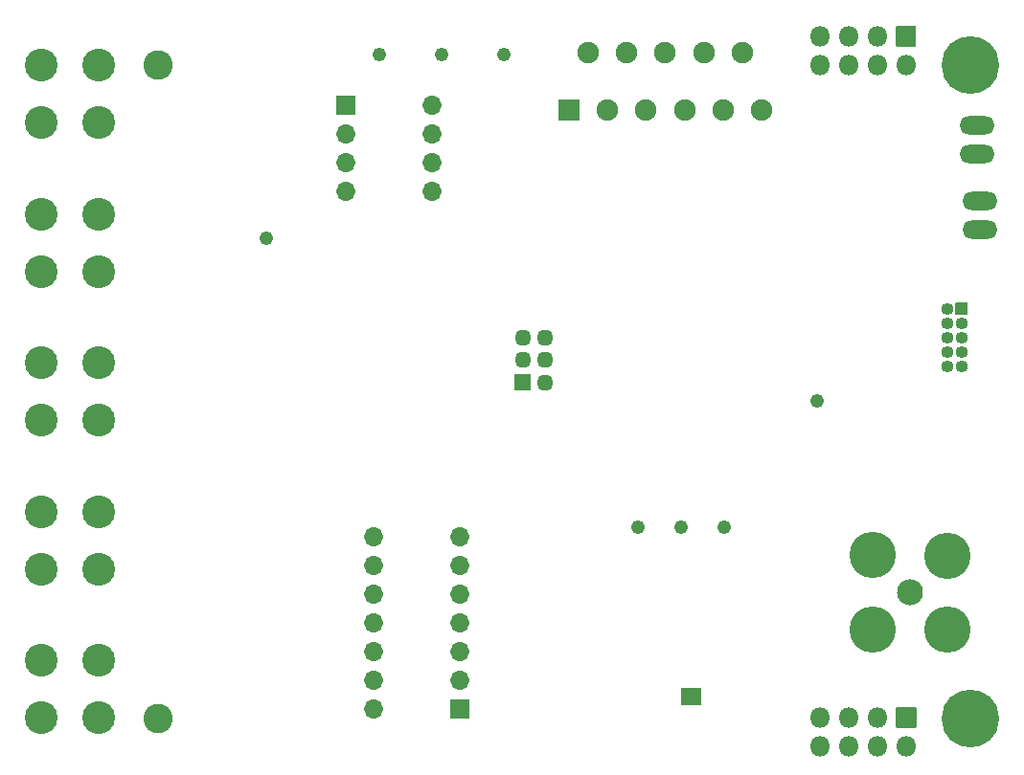
<source format=gbr>
G04 #@! TF.GenerationSoftware,KiCad,Pcbnew,(5.1.12-1-10_14)*
G04 #@! TF.CreationDate,2022-10-09T23:27:55+02:00*
G04 #@! TF.ProjectId,Boat Channel Board,426f6174-2043-4686-916e-6e656c20426f,rev?*
G04 #@! TF.SameCoordinates,Original*
G04 #@! TF.FileFunction,Soldermask,Bot*
G04 #@! TF.FilePolarity,Negative*
%FSLAX46Y46*%
G04 Gerber Fmt 4.6, Leading zero omitted, Abs format (unit mm)*
G04 Created by KiCad (PCBNEW (5.1.12-1-10_14)) date 2022-10-09 23:27:55*
%MOMM*%
%LPD*%
G01*
G04 APERTURE LIST*
%ADD10C,1.245000*%
%ADD11O,1.102000X1.102000*%
%ADD12C,4.102000*%
%ADD13C,2.302000*%
%ADD14O,1.802000X1.802000*%
%ADD15O,1.452000X1.452000*%
%ADD16C,2.602000*%
%ADD17C,5.102000*%
%ADD18O,1.902000X1.902000*%
%ADD19C,2.902000*%
%ADD20O,1.702000X1.702000*%
%ADD21O,3.112000X1.612000*%
G04 APERTURE END LIST*
D10*
X82730000Y-66340000D03*
G36*
G01*
X143649000Y-73060000D02*
X143649000Y-72060000D01*
G75*
G02*
X143700000Y-72009000I51000J0D01*
G01*
X144700000Y-72009000D01*
G75*
G02*
X144751000Y-72060000I0J-51000D01*
G01*
X144751000Y-73060000D01*
G75*
G02*
X144700000Y-73111000I-51000J0D01*
G01*
X143700000Y-73111000D01*
G75*
G02*
X143649000Y-73060000I0J51000D01*
G01*
G37*
D11*
X142930000Y-72560000D03*
X144200000Y-73830000D03*
X142930000Y-73830000D03*
X144200000Y-75100000D03*
X142930000Y-75100000D03*
X144200000Y-76370000D03*
X142930000Y-76370000D03*
X144200000Y-77640000D03*
X142930000Y-77640000D03*
D12*
X136350000Y-94350000D03*
X142950000Y-94450000D03*
X142950000Y-100950000D03*
X136350000Y-100950000D03*
D13*
X139650000Y-97650000D03*
G36*
G01*
X138450000Y-107849000D02*
X140150000Y-107849000D01*
G75*
G02*
X140201000Y-107900000I0J-51000D01*
G01*
X140201000Y-109600000D01*
G75*
G02*
X140150000Y-109651000I-51000J0D01*
G01*
X138450000Y-109651000D01*
G75*
G02*
X138399000Y-109600000I0J51000D01*
G01*
X138399000Y-107900000D01*
G75*
G02*
X138450000Y-107849000I51000J0D01*
G01*
G37*
D14*
X139300000Y-111290000D03*
X136760000Y-108750000D03*
X136760000Y-111290000D03*
X134220000Y-108750000D03*
X134220000Y-111290000D03*
X131680000Y-108750000D03*
X131680000Y-111290000D03*
G36*
G01*
X104674000Y-79775000D02*
X104674000Y-78425000D01*
G75*
G02*
X104725000Y-78374000I51000J0D01*
G01*
X106075000Y-78374000D01*
G75*
G02*
X106126000Y-78425000I0J-51000D01*
G01*
X106126000Y-79775000D01*
G75*
G02*
X106075000Y-79826000I-51000J0D01*
G01*
X104725000Y-79826000D01*
G75*
G02*
X104674000Y-79775000I0J51000D01*
G01*
G37*
D15*
X107400000Y-79100000D03*
X105400000Y-77100000D03*
X107400000Y-77100000D03*
X105400000Y-75100000D03*
X107400000Y-75100000D03*
G36*
G01*
X138430000Y-47559000D02*
X140130000Y-47559000D01*
G75*
G02*
X140181000Y-47610000I0J-51000D01*
G01*
X140181000Y-49310000D01*
G75*
G02*
X140130000Y-49361000I-51000J0D01*
G01*
X138430000Y-49361000D01*
G75*
G02*
X138379000Y-49310000I0J51000D01*
G01*
X138379000Y-47610000D01*
G75*
G02*
X138430000Y-47559000I51000J0D01*
G01*
G37*
D14*
X139280000Y-51000000D03*
X136740000Y-48460000D03*
X136740000Y-51000000D03*
X134200000Y-48460000D03*
X134200000Y-51000000D03*
X131660000Y-48460000D03*
X131660000Y-51000000D03*
D16*
X73200000Y-51000000D03*
X73200000Y-108800000D03*
D17*
X145000000Y-108800000D03*
X145000000Y-51000000D03*
D10*
X119400000Y-91900000D03*
X131400000Y-80700000D03*
X123200000Y-91900000D03*
X115600000Y-91900000D03*
X103700000Y-50100000D03*
X98200000Y-50100000D03*
X92700000Y-50100000D03*
G36*
G01*
X108549000Y-55900000D02*
X108549000Y-54100000D01*
G75*
G02*
X108600000Y-54049000I51000J0D01*
G01*
X110400000Y-54049000D01*
G75*
G02*
X110451000Y-54100000I0J-51000D01*
G01*
X110451000Y-55900000D01*
G75*
G02*
X110400000Y-55951000I-51000J0D01*
G01*
X108600000Y-55951000D01*
G75*
G02*
X108549000Y-55900000I0J51000D01*
G01*
G37*
D18*
X111200000Y-49920000D03*
X112900000Y-55000000D03*
X114600000Y-49920000D03*
X116300000Y-55000000D03*
X118000000Y-49920000D03*
X119700000Y-55000000D03*
X121400000Y-49920000D03*
X123100000Y-55000000D03*
X124800000Y-49920000D03*
X126500000Y-55000000D03*
D19*
X62820000Y-56090000D03*
X67900000Y-56090000D03*
X67900000Y-51010000D03*
X62820000Y-51010000D03*
X62810000Y-108780000D03*
X67890000Y-108780000D03*
X67890000Y-103700000D03*
X62810000Y-103700000D03*
X62830000Y-95600000D03*
X67910000Y-95600000D03*
X67910000Y-90520000D03*
X62830000Y-90520000D03*
X62830000Y-82430000D03*
X67910000Y-82430000D03*
X67910000Y-77350000D03*
X62830000Y-77350000D03*
X62830000Y-69270000D03*
X67910000Y-69270000D03*
X67910000Y-64190000D03*
X62830000Y-64190000D03*
G36*
G01*
X119379000Y-107625000D02*
X119379000Y-106175000D01*
G75*
G02*
X119430000Y-106124000I51000J0D01*
G01*
X121170000Y-106124000D01*
G75*
G02*
X121221000Y-106175000I0J-51000D01*
G01*
X121221000Y-107625000D01*
G75*
G02*
X121170000Y-107676000I-51000J0D01*
G01*
X119430000Y-107676000D01*
G75*
G02*
X119379000Y-107625000I0J51000D01*
G01*
G37*
G36*
G01*
X88929000Y-55380000D02*
X88929000Y-53780000D01*
G75*
G02*
X88980000Y-53729000I51000J0D01*
G01*
X90580000Y-53729000D01*
G75*
G02*
X90631000Y-53780000I0J-51000D01*
G01*
X90631000Y-55380000D01*
G75*
G02*
X90580000Y-55431000I-51000J0D01*
G01*
X88980000Y-55431000D01*
G75*
G02*
X88929000Y-55380000I0J51000D01*
G01*
G37*
D20*
X97400000Y-62200000D03*
X89780000Y-57120000D03*
X97400000Y-59660000D03*
X89780000Y-59660000D03*
X97400000Y-57120000D03*
X89780000Y-62200000D03*
X97400000Y-54580000D03*
D21*
X145800000Y-65540000D03*
X145800000Y-63000000D03*
X145600000Y-58900000D03*
X145600000Y-56360000D03*
G36*
G01*
X100701000Y-107150000D02*
X100701000Y-108750000D01*
G75*
G02*
X100650000Y-108801000I-51000J0D01*
G01*
X99050000Y-108801000D01*
G75*
G02*
X98999000Y-108750000I0J51000D01*
G01*
X98999000Y-107150000D01*
G75*
G02*
X99050000Y-107099000I51000J0D01*
G01*
X100650000Y-107099000D01*
G75*
G02*
X100701000Y-107150000I0J-51000D01*
G01*
G37*
D20*
X92230000Y-92710000D03*
X99850000Y-105410000D03*
X92230000Y-95250000D03*
X99850000Y-102870000D03*
X92230000Y-97790000D03*
X99850000Y-100330000D03*
X92230000Y-100330000D03*
X99850000Y-97790000D03*
X92230000Y-102870000D03*
X99850000Y-95250000D03*
X92230000Y-105410000D03*
X99850000Y-92710000D03*
X92230000Y-107950000D03*
M02*

</source>
